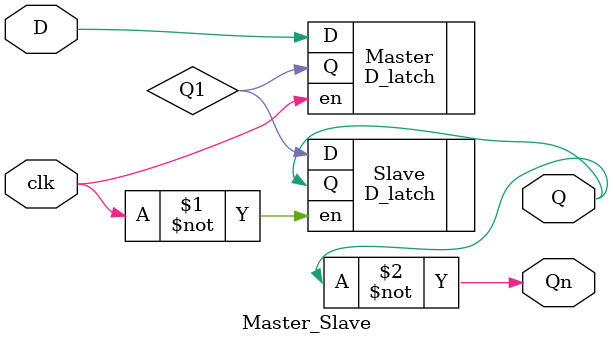
<source format=v>
`timescale 1ns / 1ps

module Master_Slave(
    input D, clk,
    output wire Q,
    output wire Qn
    );
    
    wire Q1;

    D_latch Master (.D(D), .en(clk), .Q(Q1));
    D_latch Slave (.D(Q1), .en(~clk), .Q(Q));

    assign Qn = ~Q;

endmodule      

</source>
